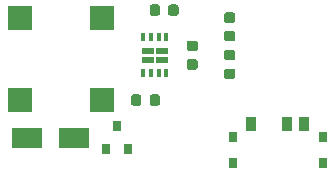
<source format=gbr>
G04 #@! TF.GenerationSoftware,KiCad,Pcbnew,(5.1.4-0)*
G04 #@! TF.CreationDate,2019-09-03T16:59:57-05:00*
G04 #@! TF.ProjectId,pic_beeper,7069635f-6265-4657-9065-722e6b696361,rev?*
G04 #@! TF.SameCoordinates,Original*
G04 #@! TF.FileFunction,Paste,Top*
G04 #@! TF.FilePolarity,Positive*
%FSLAX46Y46*%
G04 Gerber Fmt 4.6, Leading zero omitted, Abs format (unit mm)*
G04 Created by KiCad (PCBNEW (5.1.4-0)) date 2019-09-03 16:59:57*
%MOMM*%
%LPD*%
G04 APERTURE LIST*
%ADD10R,2.000000X2.000000*%
%ADD11C,0.100000*%
%ADD12C,0.875000*%
%ADD13R,2.500000X1.800000*%
%ADD14R,0.800000X0.900000*%
%ADD15R,0.900000X1.250000*%
%ADD16R,0.350000X0.650000*%
%ADD17R,1.000000X0.600000*%
G04 APERTURE END LIST*
D10*
X17785001Y-12705001D03*
X24785001Y-12705001D03*
X24785001Y-19705001D03*
X17785001Y-19705001D03*
D11*
G36*
X27875191Y-19211053D02*
G01*
X27896426Y-19214203D01*
X27917250Y-19219419D01*
X27937462Y-19226651D01*
X27956868Y-19235830D01*
X27975281Y-19246866D01*
X27992524Y-19259654D01*
X28008430Y-19274070D01*
X28022846Y-19289976D01*
X28035634Y-19307219D01*
X28046670Y-19325632D01*
X28055849Y-19345038D01*
X28063081Y-19365250D01*
X28068297Y-19386074D01*
X28071447Y-19407309D01*
X28072500Y-19428750D01*
X28072500Y-19941250D01*
X28071447Y-19962691D01*
X28068297Y-19983926D01*
X28063081Y-20004750D01*
X28055849Y-20024962D01*
X28046670Y-20044368D01*
X28035634Y-20062781D01*
X28022846Y-20080024D01*
X28008430Y-20095930D01*
X27992524Y-20110346D01*
X27975281Y-20123134D01*
X27956868Y-20134170D01*
X27937462Y-20143349D01*
X27917250Y-20150581D01*
X27896426Y-20155797D01*
X27875191Y-20158947D01*
X27853750Y-20160000D01*
X27416250Y-20160000D01*
X27394809Y-20158947D01*
X27373574Y-20155797D01*
X27352750Y-20150581D01*
X27332538Y-20143349D01*
X27313132Y-20134170D01*
X27294719Y-20123134D01*
X27277476Y-20110346D01*
X27261570Y-20095930D01*
X27247154Y-20080024D01*
X27234366Y-20062781D01*
X27223330Y-20044368D01*
X27214151Y-20024962D01*
X27206919Y-20004750D01*
X27201703Y-19983926D01*
X27198553Y-19962691D01*
X27197500Y-19941250D01*
X27197500Y-19428750D01*
X27198553Y-19407309D01*
X27201703Y-19386074D01*
X27206919Y-19365250D01*
X27214151Y-19345038D01*
X27223330Y-19325632D01*
X27234366Y-19307219D01*
X27247154Y-19289976D01*
X27261570Y-19274070D01*
X27277476Y-19259654D01*
X27294719Y-19246866D01*
X27313132Y-19235830D01*
X27332538Y-19226651D01*
X27352750Y-19219419D01*
X27373574Y-19214203D01*
X27394809Y-19211053D01*
X27416250Y-19210000D01*
X27853750Y-19210000D01*
X27875191Y-19211053D01*
X27875191Y-19211053D01*
G37*
D12*
X27635000Y-19685000D03*
D11*
G36*
X29450191Y-19211053D02*
G01*
X29471426Y-19214203D01*
X29492250Y-19219419D01*
X29512462Y-19226651D01*
X29531868Y-19235830D01*
X29550281Y-19246866D01*
X29567524Y-19259654D01*
X29583430Y-19274070D01*
X29597846Y-19289976D01*
X29610634Y-19307219D01*
X29621670Y-19325632D01*
X29630849Y-19345038D01*
X29638081Y-19365250D01*
X29643297Y-19386074D01*
X29646447Y-19407309D01*
X29647500Y-19428750D01*
X29647500Y-19941250D01*
X29646447Y-19962691D01*
X29643297Y-19983926D01*
X29638081Y-20004750D01*
X29630849Y-20024962D01*
X29621670Y-20044368D01*
X29610634Y-20062781D01*
X29597846Y-20080024D01*
X29583430Y-20095930D01*
X29567524Y-20110346D01*
X29550281Y-20123134D01*
X29531868Y-20134170D01*
X29512462Y-20143349D01*
X29492250Y-20150581D01*
X29471426Y-20155797D01*
X29450191Y-20158947D01*
X29428750Y-20160000D01*
X28991250Y-20160000D01*
X28969809Y-20158947D01*
X28948574Y-20155797D01*
X28927750Y-20150581D01*
X28907538Y-20143349D01*
X28888132Y-20134170D01*
X28869719Y-20123134D01*
X28852476Y-20110346D01*
X28836570Y-20095930D01*
X28822154Y-20080024D01*
X28809366Y-20062781D01*
X28798330Y-20044368D01*
X28789151Y-20024962D01*
X28781919Y-20004750D01*
X28776703Y-19983926D01*
X28773553Y-19962691D01*
X28772500Y-19941250D01*
X28772500Y-19428750D01*
X28773553Y-19407309D01*
X28776703Y-19386074D01*
X28781919Y-19365250D01*
X28789151Y-19345038D01*
X28798330Y-19325632D01*
X28809366Y-19307219D01*
X28822154Y-19289976D01*
X28836570Y-19274070D01*
X28852476Y-19259654D01*
X28869719Y-19246866D01*
X28888132Y-19235830D01*
X28907538Y-19226651D01*
X28927750Y-19219419D01*
X28948574Y-19214203D01*
X28969809Y-19211053D01*
X28991250Y-19210000D01*
X29428750Y-19210000D01*
X29450191Y-19211053D01*
X29450191Y-19211053D01*
G37*
D12*
X29210000Y-19685000D03*
D13*
X18415000Y-22860000D03*
X22415000Y-22860000D03*
D11*
G36*
X31025191Y-11591053D02*
G01*
X31046426Y-11594203D01*
X31067250Y-11599419D01*
X31087462Y-11606651D01*
X31106868Y-11615830D01*
X31125281Y-11626866D01*
X31142524Y-11639654D01*
X31158430Y-11654070D01*
X31172846Y-11669976D01*
X31185634Y-11687219D01*
X31196670Y-11705632D01*
X31205849Y-11725038D01*
X31213081Y-11745250D01*
X31218297Y-11766074D01*
X31221447Y-11787309D01*
X31222500Y-11808750D01*
X31222500Y-12321250D01*
X31221447Y-12342691D01*
X31218297Y-12363926D01*
X31213081Y-12384750D01*
X31205849Y-12404962D01*
X31196670Y-12424368D01*
X31185634Y-12442781D01*
X31172846Y-12460024D01*
X31158430Y-12475930D01*
X31142524Y-12490346D01*
X31125281Y-12503134D01*
X31106868Y-12514170D01*
X31087462Y-12523349D01*
X31067250Y-12530581D01*
X31046426Y-12535797D01*
X31025191Y-12538947D01*
X31003750Y-12540000D01*
X30566250Y-12540000D01*
X30544809Y-12538947D01*
X30523574Y-12535797D01*
X30502750Y-12530581D01*
X30482538Y-12523349D01*
X30463132Y-12514170D01*
X30444719Y-12503134D01*
X30427476Y-12490346D01*
X30411570Y-12475930D01*
X30397154Y-12460024D01*
X30384366Y-12442781D01*
X30373330Y-12424368D01*
X30364151Y-12404962D01*
X30356919Y-12384750D01*
X30351703Y-12363926D01*
X30348553Y-12342691D01*
X30347500Y-12321250D01*
X30347500Y-11808750D01*
X30348553Y-11787309D01*
X30351703Y-11766074D01*
X30356919Y-11745250D01*
X30364151Y-11725038D01*
X30373330Y-11705632D01*
X30384366Y-11687219D01*
X30397154Y-11669976D01*
X30411570Y-11654070D01*
X30427476Y-11639654D01*
X30444719Y-11626866D01*
X30463132Y-11615830D01*
X30482538Y-11606651D01*
X30502750Y-11599419D01*
X30523574Y-11594203D01*
X30544809Y-11591053D01*
X30566250Y-11590000D01*
X31003750Y-11590000D01*
X31025191Y-11591053D01*
X31025191Y-11591053D01*
G37*
D12*
X30785000Y-12065000D03*
D11*
G36*
X29450191Y-11591053D02*
G01*
X29471426Y-11594203D01*
X29492250Y-11599419D01*
X29512462Y-11606651D01*
X29531868Y-11615830D01*
X29550281Y-11626866D01*
X29567524Y-11639654D01*
X29583430Y-11654070D01*
X29597846Y-11669976D01*
X29610634Y-11687219D01*
X29621670Y-11705632D01*
X29630849Y-11725038D01*
X29638081Y-11745250D01*
X29643297Y-11766074D01*
X29646447Y-11787309D01*
X29647500Y-11808750D01*
X29647500Y-12321250D01*
X29646447Y-12342691D01*
X29643297Y-12363926D01*
X29638081Y-12384750D01*
X29630849Y-12404962D01*
X29621670Y-12424368D01*
X29610634Y-12442781D01*
X29597846Y-12460024D01*
X29583430Y-12475930D01*
X29567524Y-12490346D01*
X29550281Y-12503134D01*
X29531868Y-12514170D01*
X29512462Y-12523349D01*
X29492250Y-12530581D01*
X29471426Y-12535797D01*
X29450191Y-12538947D01*
X29428750Y-12540000D01*
X28991250Y-12540000D01*
X28969809Y-12538947D01*
X28948574Y-12535797D01*
X28927750Y-12530581D01*
X28907538Y-12523349D01*
X28888132Y-12514170D01*
X28869719Y-12503134D01*
X28852476Y-12490346D01*
X28836570Y-12475930D01*
X28822154Y-12460024D01*
X28809366Y-12442781D01*
X28798330Y-12424368D01*
X28789151Y-12404962D01*
X28781919Y-12384750D01*
X28776703Y-12363926D01*
X28773553Y-12342691D01*
X28772500Y-12321250D01*
X28772500Y-11808750D01*
X28773553Y-11787309D01*
X28776703Y-11766074D01*
X28781919Y-11745250D01*
X28789151Y-11725038D01*
X28798330Y-11705632D01*
X28809366Y-11687219D01*
X28822154Y-11669976D01*
X28836570Y-11654070D01*
X28852476Y-11639654D01*
X28869719Y-11626866D01*
X28888132Y-11615830D01*
X28907538Y-11606651D01*
X28927750Y-11599419D01*
X28948574Y-11594203D01*
X28969809Y-11591053D01*
X28991250Y-11590000D01*
X29428750Y-11590000D01*
X29450191Y-11591053D01*
X29450191Y-11591053D01*
G37*
D12*
X29210000Y-12065000D03*
D14*
X25085000Y-23860000D03*
X26985000Y-23860000D03*
X26035000Y-21860000D03*
D11*
G36*
X32662691Y-14651053D02*
G01*
X32683926Y-14654203D01*
X32704750Y-14659419D01*
X32724962Y-14666651D01*
X32744368Y-14675830D01*
X32762781Y-14686866D01*
X32780024Y-14699654D01*
X32795930Y-14714070D01*
X32810346Y-14729976D01*
X32823134Y-14747219D01*
X32834170Y-14765632D01*
X32843349Y-14785038D01*
X32850581Y-14805250D01*
X32855797Y-14826074D01*
X32858947Y-14847309D01*
X32860000Y-14868750D01*
X32860000Y-15306250D01*
X32858947Y-15327691D01*
X32855797Y-15348926D01*
X32850581Y-15369750D01*
X32843349Y-15389962D01*
X32834170Y-15409368D01*
X32823134Y-15427781D01*
X32810346Y-15445024D01*
X32795930Y-15460930D01*
X32780024Y-15475346D01*
X32762781Y-15488134D01*
X32744368Y-15499170D01*
X32724962Y-15508349D01*
X32704750Y-15515581D01*
X32683926Y-15520797D01*
X32662691Y-15523947D01*
X32641250Y-15525000D01*
X32128750Y-15525000D01*
X32107309Y-15523947D01*
X32086074Y-15520797D01*
X32065250Y-15515581D01*
X32045038Y-15508349D01*
X32025632Y-15499170D01*
X32007219Y-15488134D01*
X31989976Y-15475346D01*
X31974070Y-15460930D01*
X31959654Y-15445024D01*
X31946866Y-15427781D01*
X31935830Y-15409368D01*
X31926651Y-15389962D01*
X31919419Y-15369750D01*
X31914203Y-15348926D01*
X31911053Y-15327691D01*
X31910000Y-15306250D01*
X31910000Y-14868750D01*
X31911053Y-14847309D01*
X31914203Y-14826074D01*
X31919419Y-14805250D01*
X31926651Y-14785038D01*
X31935830Y-14765632D01*
X31946866Y-14747219D01*
X31959654Y-14729976D01*
X31974070Y-14714070D01*
X31989976Y-14699654D01*
X32007219Y-14686866D01*
X32025632Y-14675830D01*
X32045038Y-14666651D01*
X32065250Y-14659419D01*
X32086074Y-14654203D01*
X32107309Y-14651053D01*
X32128750Y-14650000D01*
X32641250Y-14650000D01*
X32662691Y-14651053D01*
X32662691Y-14651053D01*
G37*
D12*
X32385000Y-15087500D03*
D11*
G36*
X32662691Y-16226053D02*
G01*
X32683926Y-16229203D01*
X32704750Y-16234419D01*
X32724962Y-16241651D01*
X32744368Y-16250830D01*
X32762781Y-16261866D01*
X32780024Y-16274654D01*
X32795930Y-16289070D01*
X32810346Y-16304976D01*
X32823134Y-16322219D01*
X32834170Y-16340632D01*
X32843349Y-16360038D01*
X32850581Y-16380250D01*
X32855797Y-16401074D01*
X32858947Y-16422309D01*
X32860000Y-16443750D01*
X32860000Y-16881250D01*
X32858947Y-16902691D01*
X32855797Y-16923926D01*
X32850581Y-16944750D01*
X32843349Y-16964962D01*
X32834170Y-16984368D01*
X32823134Y-17002781D01*
X32810346Y-17020024D01*
X32795930Y-17035930D01*
X32780024Y-17050346D01*
X32762781Y-17063134D01*
X32744368Y-17074170D01*
X32724962Y-17083349D01*
X32704750Y-17090581D01*
X32683926Y-17095797D01*
X32662691Y-17098947D01*
X32641250Y-17100000D01*
X32128750Y-17100000D01*
X32107309Y-17098947D01*
X32086074Y-17095797D01*
X32065250Y-17090581D01*
X32045038Y-17083349D01*
X32025632Y-17074170D01*
X32007219Y-17063134D01*
X31989976Y-17050346D01*
X31974070Y-17035930D01*
X31959654Y-17020024D01*
X31946866Y-17002781D01*
X31935830Y-16984368D01*
X31926651Y-16964962D01*
X31919419Y-16944750D01*
X31914203Y-16923926D01*
X31911053Y-16902691D01*
X31910000Y-16881250D01*
X31910000Y-16443750D01*
X31911053Y-16422309D01*
X31914203Y-16401074D01*
X31919419Y-16380250D01*
X31926651Y-16360038D01*
X31935830Y-16340632D01*
X31946866Y-16322219D01*
X31959654Y-16304976D01*
X31974070Y-16289070D01*
X31989976Y-16274654D01*
X32007219Y-16261866D01*
X32025632Y-16250830D01*
X32045038Y-16241651D01*
X32065250Y-16234419D01*
X32086074Y-16229203D01*
X32107309Y-16226053D01*
X32128750Y-16225000D01*
X32641250Y-16225000D01*
X32662691Y-16226053D01*
X32662691Y-16226053D01*
G37*
D12*
X32385000Y-16662500D03*
D11*
G36*
X35837691Y-13838553D02*
G01*
X35858926Y-13841703D01*
X35879750Y-13846919D01*
X35899962Y-13854151D01*
X35919368Y-13863330D01*
X35937781Y-13874366D01*
X35955024Y-13887154D01*
X35970930Y-13901570D01*
X35985346Y-13917476D01*
X35998134Y-13934719D01*
X36009170Y-13953132D01*
X36018349Y-13972538D01*
X36025581Y-13992750D01*
X36030797Y-14013574D01*
X36033947Y-14034809D01*
X36035000Y-14056250D01*
X36035000Y-14493750D01*
X36033947Y-14515191D01*
X36030797Y-14536426D01*
X36025581Y-14557250D01*
X36018349Y-14577462D01*
X36009170Y-14596868D01*
X35998134Y-14615281D01*
X35985346Y-14632524D01*
X35970930Y-14648430D01*
X35955024Y-14662846D01*
X35937781Y-14675634D01*
X35919368Y-14686670D01*
X35899962Y-14695849D01*
X35879750Y-14703081D01*
X35858926Y-14708297D01*
X35837691Y-14711447D01*
X35816250Y-14712500D01*
X35303750Y-14712500D01*
X35282309Y-14711447D01*
X35261074Y-14708297D01*
X35240250Y-14703081D01*
X35220038Y-14695849D01*
X35200632Y-14686670D01*
X35182219Y-14675634D01*
X35164976Y-14662846D01*
X35149070Y-14648430D01*
X35134654Y-14632524D01*
X35121866Y-14615281D01*
X35110830Y-14596868D01*
X35101651Y-14577462D01*
X35094419Y-14557250D01*
X35089203Y-14536426D01*
X35086053Y-14515191D01*
X35085000Y-14493750D01*
X35085000Y-14056250D01*
X35086053Y-14034809D01*
X35089203Y-14013574D01*
X35094419Y-13992750D01*
X35101651Y-13972538D01*
X35110830Y-13953132D01*
X35121866Y-13934719D01*
X35134654Y-13917476D01*
X35149070Y-13901570D01*
X35164976Y-13887154D01*
X35182219Y-13874366D01*
X35200632Y-13863330D01*
X35220038Y-13854151D01*
X35240250Y-13846919D01*
X35261074Y-13841703D01*
X35282309Y-13838553D01*
X35303750Y-13837500D01*
X35816250Y-13837500D01*
X35837691Y-13838553D01*
X35837691Y-13838553D01*
G37*
D12*
X35560000Y-14275000D03*
D11*
G36*
X35837691Y-12263553D02*
G01*
X35858926Y-12266703D01*
X35879750Y-12271919D01*
X35899962Y-12279151D01*
X35919368Y-12288330D01*
X35937781Y-12299366D01*
X35955024Y-12312154D01*
X35970930Y-12326570D01*
X35985346Y-12342476D01*
X35998134Y-12359719D01*
X36009170Y-12378132D01*
X36018349Y-12397538D01*
X36025581Y-12417750D01*
X36030797Y-12438574D01*
X36033947Y-12459809D01*
X36035000Y-12481250D01*
X36035000Y-12918750D01*
X36033947Y-12940191D01*
X36030797Y-12961426D01*
X36025581Y-12982250D01*
X36018349Y-13002462D01*
X36009170Y-13021868D01*
X35998134Y-13040281D01*
X35985346Y-13057524D01*
X35970930Y-13073430D01*
X35955024Y-13087846D01*
X35937781Y-13100634D01*
X35919368Y-13111670D01*
X35899962Y-13120849D01*
X35879750Y-13128081D01*
X35858926Y-13133297D01*
X35837691Y-13136447D01*
X35816250Y-13137500D01*
X35303750Y-13137500D01*
X35282309Y-13136447D01*
X35261074Y-13133297D01*
X35240250Y-13128081D01*
X35220038Y-13120849D01*
X35200632Y-13111670D01*
X35182219Y-13100634D01*
X35164976Y-13087846D01*
X35149070Y-13073430D01*
X35134654Y-13057524D01*
X35121866Y-13040281D01*
X35110830Y-13021868D01*
X35101651Y-13002462D01*
X35094419Y-12982250D01*
X35089203Y-12961426D01*
X35086053Y-12940191D01*
X35085000Y-12918750D01*
X35085000Y-12481250D01*
X35086053Y-12459809D01*
X35089203Y-12438574D01*
X35094419Y-12417750D01*
X35101651Y-12397538D01*
X35110830Y-12378132D01*
X35121866Y-12359719D01*
X35134654Y-12342476D01*
X35149070Y-12326570D01*
X35164976Y-12312154D01*
X35182219Y-12299366D01*
X35200632Y-12288330D01*
X35220038Y-12279151D01*
X35240250Y-12271919D01*
X35261074Y-12266703D01*
X35282309Y-12263553D01*
X35303750Y-12262500D01*
X35816250Y-12262500D01*
X35837691Y-12263553D01*
X35837691Y-12263553D01*
G37*
D12*
X35560000Y-12700000D03*
D11*
G36*
X35837691Y-15438553D02*
G01*
X35858926Y-15441703D01*
X35879750Y-15446919D01*
X35899962Y-15454151D01*
X35919368Y-15463330D01*
X35937781Y-15474366D01*
X35955024Y-15487154D01*
X35970930Y-15501570D01*
X35985346Y-15517476D01*
X35998134Y-15534719D01*
X36009170Y-15553132D01*
X36018349Y-15572538D01*
X36025581Y-15592750D01*
X36030797Y-15613574D01*
X36033947Y-15634809D01*
X36035000Y-15656250D01*
X36035000Y-16093750D01*
X36033947Y-16115191D01*
X36030797Y-16136426D01*
X36025581Y-16157250D01*
X36018349Y-16177462D01*
X36009170Y-16196868D01*
X35998134Y-16215281D01*
X35985346Y-16232524D01*
X35970930Y-16248430D01*
X35955024Y-16262846D01*
X35937781Y-16275634D01*
X35919368Y-16286670D01*
X35899962Y-16295849D01*
X35879750Y-16303081D01*
X35858926Y-16308297D01*
X35837691Y-16311447D01*
X35816250Y-16312500D01*
X35303750Y-16312500D01*
X35282309Y-16311447D01*
X35261074Y-16308297D01*
X35240250Y-16303081D01*
X35220038Y-16295849D01*
X35200632Y-16286670D01*
X35182219Y-16275634D01*
X35164976Y-16262846D01*
X35149070Y-16248430D01*
X35134654Y-16232524D01*
X35121866Y-16215281D01*
X35110830Y-16196868D01*
X35101651Y-16177462D01*
X35094419Y-16157250D01*
X35089203Y-16136426D01*
X35086053Y-16115191D01*
X35085000Y-16093750D01*
X35085000Y-15656250D01*
X35086053Y-15634809D01*
X35089203Y-15613574D01*
X35094419Y-15592750D01*
X35101651Y-15572538D01*
X35110830Y-15553132D01*
X35121866Y-15534719D01*
X35134654Y-15517476D01*
X35149070Y-15501570D01*
X35164976Y-15487154D01*
X35182219Y-15474366D01*
X35200632Y-15463330D01*
X35220038Y-15454151D01*
X35240250Y-15446919D01*
X35261074Y-15441703D01*
X35282309Y-15438553D01*
X35303750Y-15437500D01*
X35816250Y-15437500D01*
X35837691Y-15438553D01*
X35837691Y-15438553D01*
G37*
D12*
X35560000Y-15875000D03*
D11*
G36*
X35837691Y-17013553D02*
G01*
X35858926Y-17016703D01*
X35879750Y-17021919D01*
X35899962Y-17029151D01*
X35919368Y-17038330D01*
X35937781Y-17049366D01*
X35955024Y-17062154D01*
X35970930Y-17076570D01*
X35985346Y-17092476D01*
X35998134Y-17109719D01*
X36009170Y-17128132D01*
X36018349Y-17147538D01*
X36025581Y-17167750D01*
X36030797Y-17188574D01*
X36033947Y-17209809D01*
X36035000Y-17231250D01*
X36035000Y-17668750D01*
X36033947Y-17690191D01*
X36030797Y-17711426D01*
X36025581Y-17732250D01*
X36018349Y-17752462D01*
X36009170Y-17771868D01*
X35998134Y-17790281D01*
X35985346Y-17807524D01*
X35970930Y-17823430D01*
X35955024Y-17837846D01*
X35937781Y-17850634D01*
X35919368Y-17861670D01*
X35899962Y-17870849D01*
X35879750Y-17878081D01*
X35858926Y-17883297D01*
X35837691Y-17886447D01*
X35816250Y-17887500D01*
X35303750Y-17887500D01*
X35282309Y-17886447D01*
X35261074Y-17883297D01*
X35240250Y-17878081D01*
X35220038Y-17870849D01*
X35200632Y-17861670D01*
X35182219Y-17850634D01*
X35164976Y-17837846D01*
X35149070Y-17823430D01*
X35134654Y-17807524D01*
X35121866Y-17790281D01*
X35110830Y-17771868D01*
X35101651Y-17752462D01*
X35094419Y-17732250D01*
X35089203Y-17711426D01*
X35086053Y-17690191D01*
X35085000Y-17668750D01*
X35085000Y-17231250D01*
X35086053Y-17209809D01*
X35089203Y-17188574D01*
X35094419Y-17167750D01*
X35101651Y-17147538D01*
X35110830Y-17128132D01*
X35121866Y-17109719D01*
X35134654Y-17092476D01*
X35149070Y-17076570D01*
X35164976Y-17062154D01*
X35182219Y-17049366D01*
X35200632Y-17038330D01*
X35220038Y-17029151D01*
X35240250Y-17021919D01*
X35261074Y-17016703D01*
X35282309Y-17013553D01*
X35303750Y-17012500D01*
X35816250Y-17012500D01*
X35837691Y-17013553D01*
X35837691Y-17013553D01*
G37*
D12*
X35560000Y-17450000D03*
D15*
X41874000Y-21751000D03*
X40374000Y-21751000D03*
X37374000Y-21751000D03*
D14*
X35824000Y-24976000D03*
X43424000Y-24976000D03*
X35824000Y-22776000D03*
X43424000Y-22776000D03*
D16*
X30185000Y-14325000D03*
X29535000Y-14325000D03*
X28885000Y-14325000D03*
X28235000Y-14325000D03*
X28235000Y-17425000D03*
X28885000Y-17425000D03*
X29535000Y-17425000D03*
X30185000Y-17425000D03*
D17*
X28610000Y-15487500D03*
X28610000Y-16262500D03*
X29810000Y-16262500D03*
X29810000Y-15487500D03*
M02*

</source>
